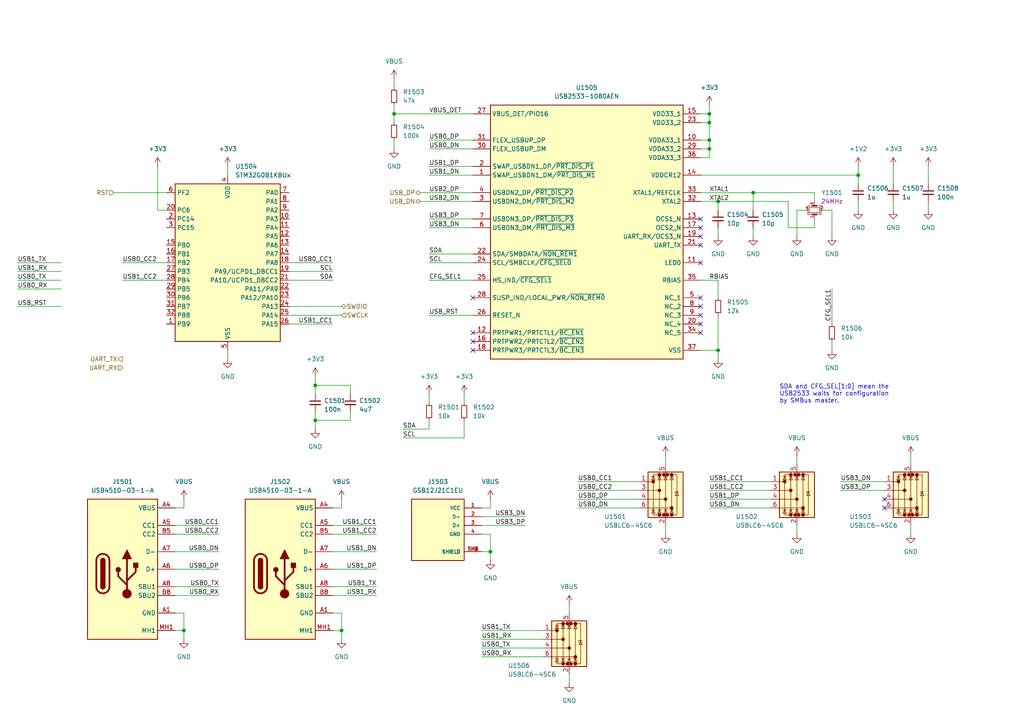
<source format=kicad_sch>
(kicad_sch (version 20231120) (generator "eeschema") (generator_version "8.0")
  (paper "A4")
  (lib_symbols
    (symbol "Device:C_Small" (pin_numbers hide) (pin_names (offset 0.254) hide)
      (property "Reference" "C" (at 0.254 1.778 0))
      (property "Value" "C_Small" (at 0.254 -2.032 0))
      (symbol "C_Small_0_1"
        (polyline (pts (xy -1.524 -0.508) (xy 1.524 -0.508)) (stroke (width 0.3302)))
        (polyline (pts (xy -1.524 0.508) (xy 1.524 0.508)) (stroke (width 0.3048)))
      )
      (symbol "C_Small_1_1"
        (pin passive line (at 0 2.54 270) (length 2.032) (name "~") (number "1"))
        (pin passive line (at 0 -2.54 90) (length 2.032) (name "~") (number "2"))
      )
    )
    (symbol "Device:Crystal_GND24_Small" (pin_names (offset 1.016) hide)
      (property "Reference" "Y" (at 1.27 4.445 0))
      (property "Value" "Crystal_GND24_Small" (at 1.27 2.54 0))
      (symbol "Crystal_GND24_Small_0_1"
        (rectangle (start -0.762 -1.524) (end 0.762 1.524))
        (polyline (pts (xy -1.27 -0.762) (xy -1.27 0.762)) (stroke (width 0.381)))
        (polyline (pts (xy 1.27 -0.762) (xy 1.27 0.762)) (stroke (width 0.381)))
        (polyline (pts (xy -1.27 -1.27) (xy -1.27 -1.905) (xy 1.27 -1.905) (xy 1.27 -1.27)))
        (polyline (pts (xy -1.27 1.27) (xy -1.27 1.905) (xy 1.27 1.905) (xy 1.27 1.27)))
      )
      (symbol "Crystal_GND24_Small_1_1"
        (pin passive line (at -2.54 0 0) (length 1.27) (name "1") (number "1"))
        (pin passive line (at 0 -2.54 90) (length 0.635) (name "2") (number "2"))
        (pin passive line (at 2.54 0 180) (length 1.27) (name "3") (number "3"))
        (pin passive line (at 0 2.54 270) (length 0.635) (name "4") (number "4"))
      )
    )
    (symbol "Device:R_Small" (pin_numbers hide) (pin_names (offset 0.254) hide)
      (property "Reference" "R" (at 0.762 0.508 0))
      (property "Value" "R_Small" (at 0.762 -1.016 0))
      (symbol "R_Small_0_1"
        (rectangle (start -0.762 1.778) (end 0.762 -1.778) (stroke (width 0.2032)))
      )
      (symbol "R_Small_1_1"
        (pin passive line (at 0 2.54 270) (length 0.762) (name "~") (number "1"))
        (pin passive line (at 0 -2.54 90) (length 0.762) (name "~") (number "2"))
      )
    )
    (symbol "GSB12J21C1EU:GSB12J21C1EU" (pin_names (offset 1.016))
      (property "Reference" "J" (at -7.62 8.382 0))
      (property "Value" "GSB12J21C1EU" (at -7.62 -12.7 0))
      (symbol "GSB12J21C1EU_0_0"
        (rectangle (start -7.62 -10.16) (end 7.62 7.62) (stroke (width 0.254)) (fill (type background)))
        (pin power_in line (at -12.7 5.08 0) (length 5.08) (name "VCC") (number "1"))
        (pin bidirectional line (at -12.7 2.54 0) (length 5.08) (name "D-") (number "2"))
        (pin bidirectional line (at -12.7 0 0) (length 5.08) (name "D+") (number "3"))
        (pin power_in line (at -12.7 -2.54 0) (length 5.08) (name "GND") (number "4"))
        (pin passive line (at -12.7 -7.62 0) (length 5.08) (name "SHIELD") (number "SH1"))
        (pin passive line (at -12.7 -7.62 0) (length 5.08) (name "SHIELD") (number "SH2"))
        (pin passive line (at -12.7 -7.62 0) (length 5.08) (name "SHIELD") (number "SH3"))
        (pin passive line (at -12.7 -7.62 0) (length 5.08) (name "SHIELD") (number "SH4"))
      )
    )
    (symbol "MCU_ST_STM32G0:STM32G0B1KBUx"
      (property "Reference" "U" (at -15.24 24.13 0))
      (property "Value" "STM32G0B1KBUx" (at 2.54 24.13 0))
      (symbol "STM32G0B1KBUx_0_1"
        (rectangle (start -15.24 -22.86) (end 15.24 22.86) (stroke (width 0.254)) (fill (type background)))
      )
      (symbol "STM32G0B1KBUx_1_1"
        (pin bidirectional line (at -17.78 -17.78 0) (length 2.54) (name "PB9") (number "1"))
        (pin bidirectional line (at 17.78 12.7 180) (length 2.54) (name "PA3") (number "10"))
        (pin bidirectional line (at 17.78 10.16 180) (length 2.54) (name "PA4") (number "11"))
        (pin bidirectional line (at 17.78 7.62 180) (length 2.54) (name "PA5") (number "12"))
        (pin bidirectional line (at 17.78 5.08 180) (length 2.54) (name "PA6") (number "13"))
        (pin bidirectional line (at 17.78 2.54 180) (length 2.54) (name "PA7") (number "14"))
        (pin bidirectional line (at -17.78 5.08 0) (length 2.54) (name "PB0") (number "15"))
        (pin bidirectional line (at -17.78 2.54 0) (length 2.54) (name "PB1") (number "16"))
        (pin bidirectional line (at -17.78 0 0) (length 2.54) (name "PB2") (number "17"))
        (pin bidirectional line (at 17.78 0 180) (length 2.54) (name "PA8") (number "18"))
        (pin bidirectional line (at 17.78 -2.54 180) (length 2.54) (name "PA9/UCPD1_DBCC1") (number "19"))
        (pin bidirectional line (at -17.78 12.7 0) (length 2.54) (name "PC14") (number "2"))
        (pin bidirectional line (at -17.78 15.24 0) (length 2.54) (name "PC6") (number "20"))
        (pin bidirectional line (at 17.78 -5.08 180) (length 2.54) (name "PA10/UCPD1_DBCC2") (number "21"))
        (pin bidirectional line (at 17.78 -7.62 180) (length 2.54) (name "PA11/PA9") (number "22"))
        (pin bidirectional line (at 17.78 -10.16 180) (length 2.54) (name "PA12/PA10") (number "23"))
        (pin bidirectional line (at 17.78 -12.7 180) (length 2.54) (name "PA13") (number "24"))
        (pin bidirectional line (at 17.78 -15.24 180) (length 2.54) (name "PA14") (number "25"))
        (pin bidirectional line (at 17.78 -17.78 180) (length 2.54) (name "PA15") (number "26"))
        (pin bidirectional line (at -17.78 -2.54 0) (length 2.54) (name "PB3") (number "27"))
        (pin bidirectional line (at -17.78 -5.08 0) (length 2.54) (name "PB4") (number "28"))
        (pin bidirectional line (at -17.78 -7.62 0) (length 2.54) (name "PB5") (number "29"))
        (pin bidirectional line (at -17.78 10.16 0) (length 2.54) (name "PC15") (number "3"))
        (pin bidirectional line (at -17.78 -10.16 0) (length 2.54) (name "PB6") (number "30"))
        (pin bidirectional line (at -17.78 -12.7 0) (length 2.54) (name "PB7") (number "31"))
        (pin bidirectional line (at -17.78 -15.24 0) (length 2.54) (name "PB8") (number "32"))
        (pin passive line (at 0 -25.4 90) (length 2.54) hide (name "VSS") (number "33"))
        (pin power_in line (at 0 25.4 270) (length 2.54) (name "VDD") (number "4"))
        (pin power_in line (at 0 -25.4 90) (length 2.54) (name "VSS") (number "5"))
        (pin bidirectional line (at -17.78 20.32 0) (length 2.54) (name "PF2") (number "6"))
        (pin bidirectional line (at 17.78 20.32 180) (length 2.54) (name "PA0") (number "7"))
        (pin bidirectional line (at 17.78 17.78 180) (length 2.54) (name "PA1") (number "8"))
        (pin bidirectional line (at 17.78 15.24 180) (length 2.54) (name "PA2") (number "9"))
      )
    )
    (symbol "Power_Protection:USBLC6-4SC6" (pin_names hide)
      (property "Reference" "U" (at 1.27 9.525 0))
      (property "Value" "USBLC6-4SC6" (at 1.27 6.985 0))
      (symbol "USBLC6-4SC6_0_0"
        (circle (center -3.556 2.54) (radius 0.0001) (stroke (width 0.508)))
        (circle (center -1.778 -7.112) (radius 0.0001) (stroke (width 0.508)))
        (circle (center -1.778 0) (radius 0.0001) (stroke (width 0.508)))
        (circle (center -1.778 4.572) (radius 0.0001) (stroke (width 0.508)))
        (circle (center -0.508 -7.112) (radius 0.0001) (stroke (width 0.508)))
        (circle (center -0.508 4.572) (radius 0.0001) (stroke (width 0.508)))
        (circle (center 0 -2.54) (radius 0.0001) (stroke (width 0.508)))
        (circle (center 0.508 -7.112) (radius 0.0001) (stroke (width 0.508)))
        (circle (center 0.508 4.572) (radius 0.0001) (stroke (width 0.508)))
        (circle (center 1.778 -7.112) (radius 0.0001) (stroke (width 0.508)))
        (circle (center 1.778 -5.08) (radius 0.0001) (stroke (width 0.508)))
        (circle (center 1.778 4.572) (radius 0.0001) (stroke (width 0.508)))
      )
      (symbol "USBLC6-4SC6_0_1"
        (polyline (pts (xy -5.08 -5.08) (xy 1.778 -5.08)))
        (polyline (pts (xy -5.08 -2.54) (xy 0 -2.54)))
        (polyline (pts (xy -5.08 0) (xy -1.778 0)))
        (polyline (pts (xy -5.08 2.54) (xy -3.556 2.54)))
        (polyline (pts (xy -4.064 -5.588) (xy -3.048 -5.588)))
        (polyline (pts (xy -3.048 4.064) (xy -4.064 4.064)))
        (polyline (pts (xy -2.286 -5.588) (xy -1.27 -5.588)))
        (polyline (pts (xy -2.286 4.064) (xy -1.27 4.064)))
        (polyline (pts (xy -0.508 -5.588) (xy 0.508 -5.588)))
        (polyline (pts (xy 0 5.08) (xy 0.508 4.572)))
        (polyline (pts (xy 0.508 -7.112) (xy -0.508 -7.112)))
        (polyline (pts (xy 0.508 4.064) (xy -0.508 4.064)))
        (polyline (pts (xy 1.27 4.064) (xy 2.286 4.064)))
        (polyline (pts (xy 2.286 -5.588) (xy 1.27 -5.588)))
        (polyline (pts (xy 2.794 -0.762) (xy 2.794 -0.381) (xy 3.81 -0.381)))
        (polyline (pts (xy -4.064 3.048) (xy -3.048 3.048) (xy -3.556 4.064) (xy -4.064 3.048)))
        (polyline (pts (xy -3.048 -6.604) (xy -4.064 -6.604) (xy -3.556 -5.588) (xy -3.048 -6.604)))
        (polyline (pts (xy -1.27 -6.604) (xy -2.286 -6.604) (xy -1.778 -5.588) (xy -1.27 -6.604)))
        (polyline (pts (xy -1.27 3.048) (xy -2.286 3.048) (xy -1.778 4.064) (xy -1.27 3.048)))
        (polyline (pts (xy -0.508 -6.604) (xy 0.508 -6.604) (xy 0 -5.588) (xy -0.508 -6.604)))
        (polyline (pts (xy -0.508 3.048) (xy 0.508 3.048) (xy 0 4.064) (xy -0.508 3.048)))
        (polyline (pts (xy 1.27 -6.604) (xy 2.286 -6.604) (xy 1.778 -5.588) (xy 1.27 -6.604)))
        (polyline (pts (xy 1.778 4.572) (xy 3.302 4.572) (xy 3.302 -7.112) (xy 1.778 -7.112)))
        (polyline (pts (xy 2.286 3.048) (xy 1.27 3.048) (xy 1.778 4.064) (xy 2.286 3.048)))
        (polyline (pts (xy 3.81 -1.524) (xy 2.794 -1.524) (xy 3.302 -0.508) (xy 3.81 -1.524)))
      )
      (symbol "USBLC6-4SC6_1_1"
        (rectangle (start -5.08 5.334) (end 5.08 -7.874) (stroke (width 0.254)) (fill (type background)))
        (polyline (pts (xy -1.778 4.572) (xy -3.556 4.572) (xy -3.556 -7.112) (xy -1.778 -7.112)))
        (polyline (pts (xy -0.508 4.572) (xy 1.778 4.572) (xy 1.778 -7.112) (xy 0.508 -7.112)))
        (polyline (pts (xy 0.508 -7.112) (xy 0 -6.604) (xy 0 4.064) (xy -0.508 4.572)))
        (polyline (pts (xy 0 -7.62) (xy -0.508 -7.112) (xy -1.778 -7.112) (xy -1.778 4.572) (xy -0.508 4.572)))
        (pin passive line (at -7.62 2.54 0) (length 2.54) (name "I/O1") (number "1"))
        (pin passive line (at 0 -10.16 90) (length 2.54) (name "GND") (number "2"))
        (pin passive line (at -7.62 0 0) (length 2.54) (name "I/O2") (number "3"))
        (pin passive line (at -7.62 -2.54 0) (length 2.54) (name "I/O3") (number "4"))
        (pin passive line (at 0 7.62 270) (length 2.54) (name "VBUS") (number "5"))
        (pin passive line (at -7.62 -5.08 0) (length 2.54) (name "I/O4") (number "6"))
      )
    )
    (symbol "USB2533-1080AEN:USB2533-1080AEN"
      (property "Reference" "U" (at 74.93 45.72 0))
      (property "Value" "USB2533-1080AEN" (at 74.93 43.18 0))
      (symbol "USB2533-1080AEN_1_1"
        (rectangle (start -27.94 0) (end 27.94 -73.66) (stroke (width 0.254)) (fill (type background)))
        (pin passive line (at -33.02 -20.32 0) (length 5.08) (name "SWAP_USBDN1_DM/~{PRT_DIS_M1}") (number "1"))
        (pin passive line (at 33.02 -10.16 180) (length 5.08) (name "VDDA33_1") (number "10"))
        (pin passive line (at 33.02 -45.72 180) (length 5.08) (name "LED0") (number "11"))
        (pin passive line (at -33.02 -66.04 0) (length 5.08) (name "PRTPWR1/PRTCTL1/~{BC_EN1}") (number "12"))
        (pin passive line (at 33.02 -33.02 180) (length 5.08) (name "OCS1_N") (number "13"))
        (pin passive line (at 33.02 -20.32 180) (length 5.08) (name "VDDCR12") (number "14"))
        (pin passive line (at 33.02 -2.54 180) (length 5.08) (name "VDD33_1") (number "15"))
        (pin passive line (at -33.02 -68.58 0) (length 5.08) (name "PRTPWR2/PRTCTL2/~{BC_EN2}") (number "16"))
        (pin passive line (at 33.02 -35.56 180) (length 5.08) (name "OCS2_N") (number "17"))
        (pin passive line (at -33.02 -71.12 0) (length 5.08) (name "PRTPWR3/PRTCTL3/~{BC_EN3}") (number "18"))
        (pin passive line (at 33.02 -38.1 180) (length 5.08) (name "UART_RX/OCS3_N") (number "19"))
        (pin passive line (at -33.02 -17.78 0) (length 5.08) (name "SWAP_USBDN1_DP/~{PRT_DIS_P1}") (number "2"))
        (pin passive line (at 33.02 -63.5 180) (length 5.08) (name "NC_4") (number "20"))
        (pin passive line (at 33.02 -40.64 180) (length 5.08) (name "UART_TX") (number "21"))
        (pin passive line (at -33.02 -43.18 0) (length 5.08) (name "SDA/SMBDATA/~{NON_REM1}") (number "22"))
        (pin passive line (at 33.02 -5.08 180) (length 5.08) (name "VDD33_2") (number "23"))
        (pin passive line (at -33.02 -45.72 0) (length 5.08) (name "SCL/SMBCLK/~{CFG_SEL0}") (number "24"))
        (pin passive line (at -33.02 -50.8 0) (length 5.08) (name "HS_IND/~{CFG_SEL1}") (number "25"))
        (pin passive line (at -33.02 -60.96 0) (length 5.08) (name "RESET_N") (number "26"))
        (pin passive line (at -33.02 -2.54 0) (length 5.08) (name "VBUS_DET/PIO16") (number "27"))
        (pin passive line (at -33.02 -55.88 0) (length 5.08) (name "SUSP_IND/LOCAL_PWR/~{NON_REM0}") (number "28"))
        (pin passive line (at 33.02 -12.7 180) (length 5.08) (name "VDDA33_2") (number "29"))
        (pin passive line (at -33.02 -27.94 0) (length 5.08) (name "USBDN2_DM/~{PRT_DIS_M2}") (number "3"))
        (pin passive line (at -33.02 -12.7 0) (length 5.08) (name "FLEX_USBUP_DM") (number "30"))
        (pin passive line (at -33.02 -10.16 0) (length 5.08) (name "FLEX_USBUP_DP") (number "31"))
        (pin passive line (at 33.02 -27.94 180) (length 5.08) (name "XTAL2") (number "32"))
        (pin passive line (at 33.02 -25.4 180) (length 5.08) (name "XTAL1/REFCLK") (number "33"))
        (pin passive line (at 33.02 -66.04 180) (length 5.08) (name "NC_5") (number "34"))
        (pin passive line (at 33.02 -50.8 180) (length 5.08) (name "RBIAS") (number "35"))
        (pin passive line (at 33.02 -15.24 180) (length 5.08) (name "VDDA33_3") (number "36"))
        (pin passive line (at 33.02 -71.12 180) (length 5.08) (name "VSS") (number "37"))
        (pin passive line (at -33.02 -25.4 0) (length 5.08) (name "USBDN2_DP/~{PRT_DIS_P2}") (number "4"))
        (pin passive line (at 33.02 -55.88 180) (length 5.08) (name "NC_1") (number "5"))
        (pin passive line (at -33.02 -35.56 0) (length 5.08) (name "USBDN3_DM/~{PRT_DIS_M3}") (number "6"))
        (pin passive line (at -33.02 -33.02 0) (length 5.08) (name "USBDN3_DP/~{PRT_DIS_P3}") (number "7"))
        (pin passive line (at 33.02 -58.42 180) (length 5.08) (name "NC_2") (number "8"))
        (pin passive line (at 33.02 -60.96 180) (length 5.08) (name "NC_3") (number "9"))
      )
    )
    (symbol "USB4510-03-1-A:USB4510-03-1-A"
      (property "Reference" "J" (at 0 5.08 0))
      (property "Value" "USB4510-03-1-A" (at 0 2.54 0))
      (symbol "USB4510-03-1-A_0_1"
        (rectangle (start -10.16 0) (end 10.16 -40.64) (stroke (width 0.254)) (fill (type background)))
        (arc (start -7.62 -25.4) (mid -5.715 -27.2967) (end -3.81 -25.4) (stroke (width 0.508)))
        (arc (start -6.35 -25.4) (mid -5.715 -26.0323) (end -5.08 -25.4) (stroke (width 0.254)))
        (arc (start -6.35 -25.4) (mid -5.715 -26.0323) (end -5.08 -25.4) (stroke (width 0.254)) (fill (type outline)))
        (rectangle (start -6.35 -25.4) (end -5.08 -17.78) (stroke (width 0.254)) (fill (type outline)))
        (arc (start -5.08 -17.78) (mid -5.715 -17.1477) (end -6.35 -17.78) (stroke (width 0.254)))
        (arc (start -5.08 -17.78) (mid -5.715 -17.1477) (end -6.35 -17.78) (stroke (width 0.254)) (fill (type outline)))
        (arc (start -3.81 -17.78) (mid -5.715 -15.8833) (end -7.62 -17.78) (stroke (width 0.508)))
        (polyline (pts (xy -7.62 -25.4) (xy -7.62 -17.78)) (stroke (width 0.508)))
        (polyline (pts (xy -3.81 -17.78) (xy -3.81 -25.4)) (stroke (width 0.508)))
      )
      (symbol "USB4510-03-1-A_1_1"
        (circle (center -1.27 -20.447) (radius 0.635) (stroke (width 0.254)) (fill (type outline)))
        (polyline (pts (xy 1.27 -27.432) (xy 1.27 -17.272)) (stroke (width 0.508)))
        (polyline (pts (xy 1.27 -24.892) (xy -1.27 -22.352) (xy -1.27 -21.082)) (stroke (width 0.508)))
        (polyline (pts (xy 1.27 -23.622) (xy 3.81 -21.082) (xy 3.81 -19.812)) (stroke (width 0.508)))
        (polyline (pts (xy 0 -17.272) (xy 1.27 -14.732) (xy 2.54 -17.272) (xy 0 -17.272)) (stroke (width 0.254)) (fill (type outline)))
        (circle (center 1.27 -27.432) (radius 1.27) (fill (type outline)))
        (rectangle (start 3.175 -19.812) (end 4.445 -18.542) (stroke (width 0.254)) (fill (type outline)))
        (pin passive line (at 15.24 -33.02 180) (length 5.08) (name "GND") (number "A1"))
        (pin passive line (at 15.24 -33.02 180) (length 5.08) hide (name "GND") (number "A12"))
        (pin passive line (at 15.24 -2.54 180) (length 5.08) (name "VBUS") (number "A4"))
        (pin bidirectional line (at 15.24 -7.62 180) (length 5.08) (name "CC1") (number "A5"))
        (pin bidirectional line (at 15.24 -20.32 180) (length 5.08) (name "D+") (number "A6"))
        (pin bidirectional line (at 15.24 -15.24 180) (length 5.08) (name "D-") (number "A7"))
        (pin bidirectional line (at 15.24 -25.4 180) (length 5.08) (name "SBU1") (number "A8"))
        (pin passive line (at 15.24 -2.54 180) (length 5.08) hide (name "VBUS") (number "A9"))
        (pin bidirectional line (at 15.24 -10.16 180) (length 5.08) (name "CC2") (number "B5"))
        (pin passive line (at 15.24 -20.32 180) (length 5.08) hide (name "D+") (number "B6"))
        (pin passive line (at 15.24 -15.24 180) (length 5.08) hide (name "D-") (number "B7"))
        (pin bidirectional line (at 15.24 -27.94 180) (length 5.08) (name "SBU2") (number "B8"))
        (pin passive line (at 15.24 -38.1 180) (length 5.08) (name "MH1") (number "MH1"))
        (pin passive line (at 15.24 -38.1 180) (length 5.08) hide (name "MH2") (number "MH2"))
        (pin passive line (at 15.24 -38.1 180) (length 5.08) hide (name "MH3") (number "MH3"))
        (pin passive line (at 15.24 -38.1 180) (length 5.08) hide (name "MH4") (number "MH4"))
      )
    )
    (symbol "power:+1V2" (power) (pin_numbers hide) (pin_names (offset 0) hide)
      (property "Value" "+1V2" (at 0 3.556 0))
      (symbol "+1V2_0_1"
        (polyline (pts (xy -0.762 1.27) (xy 0 2.54)))
        (polyline (pts (xy 0 0) (xy 0 2.54)))
        (polyline (pts (xy 0 2.54) (xy 0.762 1.27)))
      )
      (symbol "+1V2_1_1"
        (pin power_in line (at 0 0 90) (length 0) (name "~") (number "1"))
      )
    )
    (symbol "power:+3V3" (power) (pin_numbers hide) (pin_names (offset 0) hide)
      (property "Value" "+3V3" (at 0 3.556 0))
      (symbol "+3V3_0_1"
        (polyline (pts (xy -0.762 1.27) (xy 0 2.54)))
        (polyline (pts (xy 0 0) (xy 0 2.54)))
        (polyline (pts (xy 0 2.54) (xy 0.762 1.27)))
      )
      (symbol "+3V3_1_1"
        (pin power_in line (at 0 0 90) (length 0) (name "~") (number "1"))
      )
    )
    (symbol "power:GND" (power) (pin_numbers hide) (pin_names (offset 0) hide)
      (property "Value" "GND" (at 0 -3.81 0))
      (symbol "GND_0_1"
        (polyline (pts (xy 0 0) (xy 0 -1.27) (xy 1.27 -1.27) (xy 0 -2.54) (xy -1.27 -1.27) (xy 0 -1.27)))
      )
      (symbol "GND_1_1"
        (pin power_in line (at 0 0 270) (length 0) (name "~") (number "1"))
      )
    )
    (symbol "power:VBUS" (power) (pin_numbers hide) (pin_names (offset 0) hide)
      (property "Value" "VBUS" (at 0 3.556 0))
      (symbol "VBUS_0_1"
        (polyline (pts (xy -0.762 1.27) (xy 0 2.54)))
        (polyline (pts (xy 0 0) (xy 0 2.54)))
        (polyline (pts (xy 0 2.54) (xy 0.762 1.27)))
      )
      (symbol "VBUS_1_1"
        (pin power_in line (at 0 0 90) (length 0) (name "~") (number "1"))
      )
    )
  )
  (junction (at 205.74 40.64))
  (junction (at 142.24 160.02))
  (junction (at 205.74 35.56))
  (junction (at 91.44 121.92))
  (junction (at 205.74 33.02))
  (junction (at 53.34 182.88))
  (junction (at 205.74 43.18))
  (junction (at 91.44 111.76))
  (junction (at 208.28 101.6))
  (junction (at 208.28 58.42))
  (junction (at 248.92 50.8))
  (junction (at 114.3 33.02))
  (junction (at 218.44 55.88))
  (junction (at 99.06 182.88))
  (no_connect (at 203.2 71.12))
  (no_connect (at 203.2 91.44))
  (no_connect (at 203.2 68.58))
  (no_connect (at 203.2 88.9))
  (no_connect (at 137.16 86.36))
  (no_connect (at 203.2 96.52))
  (no_connect (at 137.16 101.6))
  (no_connect (at 203.2 66.04))
  (no_connect (at 203.2 93.98))
  (no_connect (at 203.2 86.36))
  (no_connect (at 203.2 76.2))
  (no_connect (at 137.16 99.06))
  (no_connect (at 203.2 63.5))
  (no_connect (at 137.16 96.52))
  (no_connect (at 256.54 144.78))
  (no_connect (at 256.54 147.32))
  (wire (pts (xy 185.42 147.32) (xy 167.64 147.32)))
  (wire (pts (xy 218.44 66.04) (xy 218.44 68.58)))
  (wire (pts (xy 99.06 177.8) (xy 99.06 182.88)))
  (wire (pts (xy 53.34 144.78) (xy 53.34 147.32)))
  (wire (pts (xy 205.74 45.72) (xy 203.2 45.72)))
  (wire (pts (xy 142.24 144.78) (xy 142.24 147.32)))
  (wire (pts (xy 248.92 50.8) (xy 248.92 48.26)))
  (wire (pts (xy 167.64 142.24) (xy 185.42 142.24)))
  (wire (pts (xy 45.72 60.96) (xy 48.26 60.96)))
  (wire (pts (xy 165.1 175.26) (xy 165.1 177.8)))
  (wire (pts (xy 203.2 58.42) (xy 208.28 58.42)))
  (wire (pts (xy 124.46 124.46) (xy 124.46 121.92)))
  (wire (pts (xy 205.74 142.24) (xy 223.52 142.24)))
  (wire (pts (xy 139.7 154.94) (xy 142.24 154.94)))
  (wire (pts (xy 50.8 170.18) (xy 63.5 170.18)))
  (wire (pts (xy 223.52 144.78) (xy 205.74 144.78)))
  (wire (pts (xy 134.62 114.3) (xy 134.62 116.84)))
  (wire (pts (xy 142.24 154.94) (xy 142.24 160.02)))
  (wire (pts (xy 205.74 139.7) (xy 223.52 139.7)))
  (wire (pts (xy 264.16 132.08) (xy 264.16 134.62)))
  (wire (pts (xy 91.44 121.92) (xy 101.6 121.92)))
  (wire (pts (xy 17.78 78.74) (xy 5.08 78.74)))
  (wire (pts (xy 259.08 48.26) (xy 259.08 53.34)))
  (wire (pts (xy 66.04 48.26) (xy 66.04 50.8)))
  (wire (pts (xy 241.3 99.06) (xy 241.3 101.6)))
  (wire (pts (xy 45.72 48.26) (xy 45.72 60.96)))
  (wire (pts (xy 203.2 101.6) (xy 208.28 101.6)))
  (wire (pts (xy 165.1 195.58) (xy 165.1 198.12)))
  (wire (pts (xy 231.14 60.96) (xy 231.14 68.58)))
  (wire (pts (xy 205.74 30.48) (xy 205.74 33.02)))
  (wire (pts (xy 124.46 50.8) (xy 137.16 50.8)))
  (wire (pts (xy 5.08 88.9) (xy 17.78 88.9)))
  (wire (pts (xy 259.08 58.42) (xy 259.08 60.96)))
  (wire (pts (xy 96.52 172.72) (xy 109.22 172.72)))
  (wire (pts (xy 243.84 142.24) (xy 256.54 142.24)))
  (wire (pts (xy 91.44 109.22) (xy 91.44 111.76)))
  (wire (pts (xy 96.52 78.74) (xy 83.82 78.74)))
  (wire (pts (xy 50.8 160.02) (xy 63.5 160.02)))
  (wire (pts (xy 66.04 101.6) (xy 66.04 104.14)))
  (wire (pts (xy 248.92 50.8) (xy 248.92 53.34)))
  (wire (pts (xy 124.46 76.2) (xy 137.16 76.2)))
  (wire (pts (xy 203.2 55.88) (xy 218.44 55.88)))
  (wire (pts (xy 99.06 91.44) (xy 83.82 91.44)))
  (wire (pts (xy 139.7 160.02) (xy 142.24 160.02)))
  (wire (pts (xy 91.44 111.76) (xy 101.6 111.76)))
  (wire (pts (xy 53.34 177.8) (xy 53.34 182.88)))
  (wire (pts (xy 63.5 152.4) (xy 50.8 152.4)))
  (wire (pts (xy 114.3 33.02) (xy 137.16 33.02)))
  (wire (pts (xy 236.22 66.04) (xy 236.22 63.5)))
  (wire (pts (xy 134.62 127) (xy 134.62 121.92)))
  (wire (pts (xy 35.56 81.28) (xy 48.26 81.28)))
  (wire (pts (xy 63.5 154.94) (xy 50.8 154.94)))
  (wire (pts (xy 205.74 35.56) (xy 203.2 35.56)))
  (wire (pts (xy 96.52 165.1) (xy 109.22 165.1)))
  (wire (pts (xy 91.44 119.38) (xy 91.44 121.92)))
  (wire (pts (xy 205.74 33.02) (xy 203.2 33.02)))
  (wire (pts (xy 99.06 147.32) (xy 96.52 147.32)))
  (wire (pts (xy 50.8 182.88) (xy 53.34 182.88)))
  (wire (pts (xy 205.74 40.64) (xy 205.74 43.18)))
  (wire (pts (xy 264.16 152.4) (xy 264.16 154.94)))
  (wire (pts (xy 205.74 40.64) (xy 203.2 40.64)))
  (wire (pts (xy 121.92 55.88) (xy 137.16 55.88)))
  (wire (pts (xy 208.28 66.04) (xy 208.28 68.58)))
  (wire (pts (xy 91.44 111.76) (xy 91.44 114.3)))
  (wire (pts (xy 101.6 119.38) (xy 101.6 121.92)))
  (wire (pts (xy 17.78 76.2) (xy 5.08 76.2)))
  (wire (pts (xy 114.3 43.18) (xy 114.3 40.64)))
  (wire (pts (xy 228.6 58.42) (xy 228.6 66.04)))
  (wire (pts (xy 96.52 76.2) (xy 83.82 76.2)))
  (wire (pts (xy 53.34 147.32) (xy 50.8 147.32)))
  (wire (pts (xy 83.82 93.98) (xy 96.52 93.98)))
  (wire (pts (xy 124.46 40.64) (xy 137.16 40.64)))
  (wire (pts (xy 233.68 60.96) (xy 231.14 60.96)))
  (wire (pts (xy 17.78 83.82) (xy 5.08 83.82)))
  (wire (pts (xy 91.44 121.92) (xy 91.44 124.46)))
  (wire (pts (xy 152.4 152.4) (xy 139.7 152.4)))
  (wire (pts (xy 185.42 144.78) (xy 167.64 144.78)))
  (wire (pts (xy 124.46 91.44) (xy 137.16 91.44)))
  (wire (pts (xy 205.74 43.18) (xy 205.74 45.72)))
  (wire (pts (xy 228.6 66.04) (xy 236.22 66.04)))
  (wire (pts (xy 167.64 139.7) (xy 185.42 139.7)))
  (wire (pts (xy 193.04 132.08) (xy 193.04 134.62)))
  (wire (pts (xy 208.28 101.6) (xy 208.28 104.14)))
  (wire (pts (xy 218.44 55.88) (xy 218.44 60.96)))
  (wire (pts (xy 116.84 124.46) (xy 124.46 124.46)))
  (wire (pts (xy 241.3 68.58) (xy 241.3 60.96)))
  (wire (pts (xy 243.84 139.7) (xy 256.54 139.7)))
  (wire (pts (xy 269.24 58.42) (xy 269.24 60.96)))
  (wire (pts (xy 139.7 185.42) (xy 157.48 185.42)))
  (wire (pts (xy 96.52 177.8) (xy 99.06 177.8)))
  (wire (pts (xy 114.3 22.86) (xy 114.3 25.4)))
  (wire (pts (xy 124.46 73.66) (xy 137.16 73.66)))
  (wire (pts (xy 142.24 147.32) (xy 139.7 147.32)))
  (wire (pts (xy 241.3 60.96) (xy 238.76 60.96)))
  (wire (pts (xy 203.2 50.8) (xy 248.92 50.8)))
  (wire (pts (xy 205.74 35.56) (xy 205.74 40.64)))
  (wire (pts (xy 142.24 160.02) (xy 142.24 162.56)))
  (wire (pts (xy 99.06 144.78) (xy 99.06 147.32)))
  (wire (pts (xy 50.8 177.8) (xy 53.34 177.8)))
  (wire (pts (xy 96.52 81.28) (xy 83.82 81.28)))
  (wire (pts (xy 50.8 165.1) (xy 63.5 165.1)))
  (wire (pts (xy 124.46 81.28) (xy 137.16 81.28)))
  (wire (pts (xy 139.7 182.88) (xy 157.48 182.88)))
  (wire (pts (xy 231.14 152.4) (xy 231.14 154.94)))
  (wire (pts (xy 114.3 33.02) (xy 114.3 35.56)))
  (wire (pts (xy 124.46 66.04) (xy 137.16 66.04)))
  (wire (pts (xy 101.6 114.3) (xy 101.6 111.76)))
  (wire (pts (xy 96.52 182.88) (xy 99.06 182.88)))
  (wire (pts (xy 205.74 33.02) (xy 205.74 35.56)))
  (wire (pts (xy 152.4 149.86) (xy 139.7 149.86)))
  (wire (pts (xy 109.22 154.94) (xy 96.52 154.94)))
  (wire (pts (xy 124.46 63.5) (xy 137.16 63.5)))
  (wire (pts (xy 208.28 58.42) (xy 228.6 58.42)))
  (wire (pts (xy 99.06 88.9) (xy 83.82 88.9)))
  (wire (pts (xy 116.84 127) (xy 134.62 127)))
  (wire (pts (xy 33.02 55.88) (xy 48.26 55.88)))
  (wire (pts (xy 124.46 48.26) (xy 137.16 48.26)))
  (wire (pts (xy 248.92 58.42) (xy 248.92 60.96)))
  (wire (pts (xy 114.3 30.48) (xy 114.3 33.02)))
  (wire (pts (xy 208.28 86.36) (xy 208.28 81.28)))
  (wire (pts (xy 53.34 182.88) (xy 53.34 185.42)))
  (wire (pts (xy 193.04 152.4) (xy 193.04 154.94)))
  (wire (pts (xy 208.28 81.28) (xy 203.2 81.28)))
  (wire (pts (xy 17.78 81.28) (xy 5.08 81.28)))
  (wire (pts (xy 139.7 190.5) (xy 157.48 190.5)))
  (wire (pts (xy 241.3 83.82) (xy 241.3 93.98)))
  (wire (pts (xy 109.22 152.4) (xy 96.52 152.4)))
  (wire (pts (xy 124.46 114.3) (xy 124.46 116.84)))
  (wire (pts (xy 231.14 132.08) (xy 231.14 134.62)))
  (wire (pts (xy 236.22 55.88) (xy 236.22 58.42)))
  (wire (pts (xy 208.28 91.44) (xy 208.28 101.6)))
  (wire (pts (xy 96.52 160.02) (xy 109.22 160.02)))
  (wire (pts (xy 208.28 58.42) (xy 208.28 60.96)))
  (wire (pts (xy 121.92 58.42) (xy 137.16 58.42)))
  (wire (pts (xy 124.46 43.18) (xy 137.16 43.18)))
  (wire (pts (xy 223.52 147.32) (xy 205.74 147.32)))
  (wire (pts (xy 269.24 48.26) (xy 269.24 53.34)))
  (wire (pts (xy 96.52 170.18) (xy 109.22 170.18)))
  (wire (pts (xy 205.74 43.18) (xy 203.2 43.18)))
  (wire (pts (xy 218.44 55.88) (xy 236.22 55.88)))
  (wire (pts (xy 35.56 76.2) (xy 48.26 76.2)))
  (wire (pts (xy 50.8 172.72) (xy 63.5 172.72)))
  (wire (pts (xy 99.06 182.88) (xy 99.06 185.42)))
  (wire (pts (xy 139.7 187.96) (xy 157.48 187.96)))
  (text "SDA and CFG_SEL[1:0] mean the\nUSB2533 waits for configuration\nby SMBus master." (at 226.06 114.3 0) (effects (font (size 1.27 1.27)) (justify left)))
  (label "USB1_DP" (at 205.74 144.78 0))
  (label "USB0_DP" (at 63.5 165.1 180))
  (label "CFG_SEL1" (at 241.3 83.82 270))
  (label "USB0_RX" (at 139.7 190.5 0))
  (label "USB0_DN" (at 63.5 160.02 180))
  (label "USB1_CC1" (at 109.22 152.4 180))
  (label "USB0_DP" (at 167.64 144.78 0))
  (label "USB1_TX" (at 139.7 182.88 0))
  (label "SCL" (at 116.84 127 0))
  (label "USB1_RX" (at 139.7 185.42 0))
  (label "USB2_DN" (at 124.46 58.42 0))
  (label "USB_RST" (at 124.46 91.44 0))
  (label "USB3_DP" (at 152.4 152.4 180))
  (label "USB1_CC1" (at 205.74 139.7 0))
  (label "XTAL2" (at 205.74 58.42 0))
  (label "USB2_DP" (at 124.46 55.88 0))
  (label "SDA" (at 116.84 124.46 0))
  (label "USB1_TX" (at 109.22 170.18 180))
  (label "USB0_TX" (at 139.7 187.96 0))
  (label "VBUS_DET" (at 124.46 33.02 0))
  (label "USB1_RX" (at 5.08 78.74 0))
  (label "USB1_CC1" (at 96.52 93.98 180))
  (label "USB_RST" (at 5.08 88.9 0))
  (label "USB1_CC2" (at 205.74 142.24 0))
  (label "USB0_CC2" (at 167.64 142.24 0))
  (label "USB0_DN" (at 167.64 147.32 0))
  (label "USB0_CC2" (at 35.56 76.2 0))
  (label "USB3_DP" (at 124.46 63.5 0))
  (label "USB0_TX" (at 5.08 81.28 0))
  (label "USB1_DN" (at 109.22 160.02 180))
  (label "USB1_DN" (at 124.46 50.8 0))
  (label "USB1_CC2" (at 35.56 81.28 0))
  (label "USB3_DN" (at 124.46 66.04 0))
  (label "USB1_CC2" (at 109.22 154.94 180))
  (label "USB0_TX" (at 63.5 170.18 180))
  (label "USB0_DN" (at 124.46 43.18 0))
  (label "USB1_DN" (at 205.74 147.32 0))
  (label "RBIAS" (at 205.74 81.28 0))
  (label "USB1_DP" (at 109.22 165.1 180))
  (label "USB0_CC1" (at 96.52 76.2 180))
  (label "USB0_RX" (at 5.08 83.82 0))
  (label "SDA" (at 124.46 73.66 0))
  (label "USB0_CC1" (at 167.64 139.7 0))
  (label "SCL" (at 124.46 76.2 0))
  (label "XTAL1" (at 205.74 55.88 0))
  (label "USB3_DN" (at 152.4 149.86 180))
  (label "SDA" (at 96.52 81.28 180))
  (label "USB3_DN" (at 243.84 139.7 0))
  (label "USB0_DP" (at 124.46 40.64 0))
  (label "SCL" (at 96.52 78.74 180))
  (label "USB0_CC1" (at 63.5 152.4 180))
  (label "USB0_CC2" (at 63.5 154.94 180))
  (label "USB1_RX" (at 109.22 172.72 180))
  (label "CFG_SEL1" (at 124.46 81.28 0))
  (label "USB0_RX" (at 63.5 172.72 180))
  (label "USB1_DP" (at 124.46 48.26 0))
  (label "USB3_DP" (at 243.84 142.24 0))
  (label "USB1_TX" (at 5.08 76.2 0))
  (hierarchical_label "SWDIO" (shape bidirectional) (at 99.06 88.9 0))
  (hierarchical_label "SWCLK" (shape input) (at 99.06 91.44 0))
  (hierarchical_label "UART_TX" (shape output) (at 35.56 104.14 180))
  (hierarchical_label "USB_DP" (shape bidirectional) (at 121.92 55.88 180))
  (hierarchical_label "RST" (shape input) (at 33.02 55.88 180))
  (hierarchical_label "USB_DN" (shape bidirectional) (at 121.92 58.42 180))
  (hierarchical_label "UART_RX" (shape input) (at 35.56 106.68 180))
  (symbol (lib_id "Power_Protection:USBLC6-4SC6") (at 193.04 142.24 0) (unit 1)
    (property "Reference" "U1501" (at 175.26 149.86 0) (effects (justify left)))
    (property "Value" "USBLC6-4SC6" (at 175.26 152.4 0) (effects (justify left)))
    (property "Footprint" "Package_TO_SOT_SMD:SOT-23-6" (effects (hide yes)))
    (property "Datasheet" "https://www.st.com/resource/en/datasheet/usblc6-4.pdf" (effects (hide yes)))
    (property "Description" "Very low capacitance ESD protection diode, 4 data-line, SOT-23-6" (effects (hide yes)))
  )
  (symbol (lib_id "power:+3V3") (at 134.62 114.3 0) (unit 1)
    (property "Reference" "#PWR01515" (effects (hide yes)))
    (property "Value" "+3V3" (at 134.62 109.22 0))
    (property "Description" "Power symbol creates a global label with name \"+3V3\"" (effects (hide yes)))
  )
  (symbol (lib_id "power:GND") (at 208.28 68.58 0) (unit 1)
    (property "Reference" "#PWR01524" (effects (hide yes)))
    (property "Value" "GND" (at 208.28 73.66 0))
    (property "Description" "Power symbol creates a global label with name \"GND\" , ground" (effects (hide yes)))
  )
  (symbol (lib_id "power:GND") (at 66.04 104.14 0) (unit 1)
    (property "Reference" "#PWR01519" (effects (hide yes)))
    (property "Value" "GND" (at 66.04 109.22 0))
    (property "Description" "Power symbol creates a global label with name \"GND\" , ground" (effects (hide yes)))
  )
  (symbol (lib_id "Device:C_Small") (at 101.6 116.84 0) (unit 1)
    (property "Reference" "C1502" (at 104.14 116.2113 0) (effects (justify left)))
    (property "Value" "4u7" (at 104.14 118.7513 0) (effects (justify left)))
    (property "Footprint" "Capacitor_SMD:C_0402_1005Metric" (effects (hide yes)))
    (property "Description" "Unpolarized capacitor, small symbol" (effects (hide yes)))
  )
  (symbol (lib_id "power:GND") (at 241.3 68.58 0) (unit 1)
    (property "Reference" "#PWR01528" (effects (hide yes)))
    (property "Value" "GND" (at 241.3 73.66 0))
    (property "Description" "Power symbol creates a global label with name \"GND\" , ground" (effects (hide yes)))
  )
  (symbol (lib_id "power:GND") (at 193.04 154.94 0) (unit 1)
    (property "Reference" "#PWR01508" (effects (hide yes)))
    (property "Value" "GND" (at 193.04 160.02 0))
    (property "Description" "Power symbol creates a global label with name \"GND\" , ground" (effects (hide yes)))
  )
  (symbol (lib_id "Device:Crystal_GND24_Small") (at 236.22 60.96 90) (unit 1)
    (property "Reference" "Y1501" (at 241.3 55.88 90))
    (property "Value" "CX2016SA24000D0HLLG3" (effects (hide yes)))
    (property "Footprint" "Crystal:Crystal_SMD_2016-4Pin_2.0x1.6mm" (effects (hide yes)))
    (property "Description" "Four pin crystal, GND on pins 2 and 4, small symbol" (effects (hide yes)))
    (property "Frequency" "24MHz" (at 241.3 58.42 90))
  )
  (symbol (lib_id "Device:C_Small") (at 208.28 63.5 0) (unit 1)
    (property "Reference" "C1504" (at 210.82 62.2362 0) (effects (justify left)))
    (property "Value" "10p" (at 210.82 64.7762 0) (effects (justify left)))
    (property "Footprint" "Capacitor_SMD:C_0402_1005Metric" (effects (hide yes)))
    (property "Description" "Unpolarized capacitor, small symbol" (effects (hide yes)))
  )
  (symbol (lib_id "power:GND") (at 259.08 60.96 0) (unit 1)
    (property "Reference" "#PWR01533" (effects (hide yes)))
    (property "Value" "GND" (at 259.08 66.04 0))
    (property "Description" "Power symbol creates a global label with name \"GND\" , ground" (effects (hide yes)))
  )
  (symbol (lib_id "USB4510-03-1-A:USB4510-03-1-A") (at 81.28 144.78 0) (unit 1)
    (property "Reference" "J1502" (at 81.28 139.7 0))
    (property "Value" "USB4510-03-1-A" (at 81.28 142.24 0))
    (property "Footprint" "keyboard_footprints:USB4510031A" (effects (hide yes)))
    (property "Datasheet" "https://gct.co/files/drawings/usb4510.pdf" (effects (hide yes)))
    (property "Description" "USB Connectors USB C Rec 16P 3u\" Mid Mnt 1.6mm O-set SMT L = 6.5mm S-Spring" (effects (hide yes)))
    (property "Height" "3.36" (effects (hide yes)))
    (property "Mouser Part Number" "640-USB4510031A" (effects (hide yes)))
    (property "Mouser Price/Stock" "https://www.mouser.co.uk/ProductDetail/GCT/USB4510-03-1-A?qs=7D1LtPJG0i3iod3O3OZ7LA%3D%3D" (effects (hide yes)))
    (property "Manufacturer_Name" "GCT (GLOBAL CONNECTOR TECHNOLOGY)" (effects (hide yes)))
    (property "Manufacturer_Part_Number" "USB4510-03-1-A" (effects (hide yes)))
  )
  (symbol (lib_id "power:GND") (at 218.44 68.58 0) (unit 1)
    (property "Reference" "#PWR01526" (effects (hide yes)))
    (property "Value" "GND" (at 218.44 73.66 0))
    (property "Description" "Power symbol creates a global label with name \"GND\" , ground" (effects (hide yes)))
  )
  (symbol (lib_id "power:GND") (at 99.06 185.42 0) (unit 1)
    (property "Reference" "#PWR01504" (effects (hide yes)))
    (property "Value" "GND" (at 99.06 190.5 0))
    (property "Description" "Power symbol creates a global label with name \"GND\" , ground" (effects (hide yes)))
  )
  (symbol (lib_id "USB2533-1080AEN:USB2533-1080AEN") (at 170.18 30.48 0) (unit 1)
    (property "Reference" "U1505" (at 170.18 25.4 0))
    (property "Value" "USB2533-1080AEN" (at 170.18 27.94 0))
    (property "Footprint" "keyboard_footprints:QFN50P600X600X100-37N-D" (effects (hide yes)))
    (property "Datasheet" "https://ww1.microchip.com/downloads/en/DeviceDoc/00001702C.pdf" (effects (hide yes)))
    (property "Description" "Microchip USB2533-1080AEN, USB Controller, USB 2.0, 3.3 V, 36-Pin SQFN" (effects (hide yes)))
    (property "Height" "1" (effects (hide yes)))
    (property "Mouser Part Number" "579-USB2533-1080AEN" (effects (hide yes)))
    (property "Mouser Price/Stock" "https://www.mouser.co.uk/ProductDetail/Microchip-Technology-Atmel/USB2533-1080AEN?qs=3i1%252BhB2xfwkiUdr5ZR6aAQ%3D%3D" (effects (hide yes)))
    (property "Manufacturer_Name" "Microchip" (effects (hide yes)))
    (property "Manufacturer_Part_Number" "USB2533-1080AEN" (effects (hide yes)))
  )
  (symbol (lib_id "power:+3V3") (at 269.24 48.26 0) (unit 1)
    (property "Reference" "#PWR01534" (effects (hide yes)))
    (property "Value" "+3V3" (at 269.24 43.18 0))
    (property "Description" "Power symbol creates a global label with name \"+3V3\"" (effects (hide yes)))
  )
  (symbol (lib_id "power:+3V3") (at 45.72 48.26 0) (unit 1)
    (property "Reference" "#PWR01522" (effects (hide yes)))
    (property "Value" "+3V3" (at 45.72 43.18 0))
    (property "Description" "Power symbol creates a global label with name \"+3V3\"" (effects (hide yes)))
  )
  (symbol (lib_id "power:VBUS") (at 264.16 132.08 0) (unit 1)
    (property "Reference" "#PWR01511" (effects (hide yes)))
    (property "Value" "VBUS" (at 264.16 127 0))
    (property "Description" "Power symbol creates a global label with name \"VBUS\"" (effects (hide yes)))
  )
  (symbol (lib_id "power:GND") (at 231.14 154.94 0) (unit 1)
    (property "Reference" "#PWR01510" (effects (hide yes)))
    (property "Value" "GND" (at 231.14 160.02 0))
    (property "Description" "Power symbol creates a global label with name \"GND\" , ground" (effects (hide yes)))
  )
  (symbol (lib_id "power:GND") (at 231.14 68.58 0) (unit 1)
    (property "Reference" "#PWR01527" (effects (hide yes)))
    (property "Value" "GND" (at 231.14 73.66 0))
    (property "Description" "Power symbol creates a global label with name \"GND\" , ground" (effects (hide yes)))
  )
  (symbol (lib_id "power:VBUS") (at 165.1 175.26 0) (unit 1)
    (property "Reference" "#PWR01517" (effects (hide yes)))
    (property "Value" "VBUS" (at 165.1 170.18 0))
    (property "Description" "Power symbol creates a global label with name \"VBUS\"" (effects (hide yes)))
  )
  (symbol (lib_id "Device:R_Small") (at 241.3 96.52 0) (unit 1)
    (property "Reference" "R1506" (at 243.84 95.2499 0) (effects (justify left)))
    (property "Value" "10k" (at 243.84 97.7899 0) (effects (justify left)))
    (property "Footprint" "Resistor_SMD:R_0402_1005Metric" (effects (hide yes)))
    (property "Description" "Resistor, small symbol" (effects (hide yes)))
  )
  (symbol (lib_id "MCU_ST_STM32G0:STM32G0B1KBUx") (at 66.04 76.2 0) (unit 1)
    (property "Reference" "U1504" (at 68.2341 48.26 0) (effects (justify left)))
    (property "Value" "STM32G0B1KBUx" (at 68.2341 50.8 0) (effects (justify left)))
    (property "Footprint" "Package_DFN_QFN:QFN-32-1EP_5x5mm_P0.5mm_EP3.45x3.45mm" (effects (hide yes)))
    (property "Datasheet" "https://www.st.com/resource/en/datasheet/stm32g0b1kb.pdf" (effects (hide yes)))
    (property "Description" "STMicroelectronics Arm Cortex-M0+ MCU, 128KB flash, 144KB RAM, 64 MHz, 1.7-3.6V, 30 GPIO, UFQFPN32" (effects (hide yes)))
  )
  (symbol (lib_id "power:GND") (at 53.34 185.42 0) (unit 1)
    (property "Reference" "#PWR01502" (effects (hide yes)))
    (property "Value" "GND" (at 53.34 190.5 0))
    (property "Description" "Power symbol creates a global label with name \"GND\" , ground" (effects (hide yes)))
  )
  (symbol (lib_id "Power_Protection:USBLC6-4SC6") (at 264.16 142.24 0) (unit 1)
    (property "Reference" "U1503" (at 246.38 149.86 0) (effects (justify left)))
    (property "Value" "USBLC6-4SC6" (at 246.38 152.4 0) (effects (justify left)))
    (property "Footprint" "Package_TO_SOT_SMD:SOT-23-6" (effects (hide yes)))
    (property "Datasheet" "https://www.st.com/resource/en/datasheet/usblc6-4.pdf" (effects (hide yes)))
    (property "Description" "Very low capacitance ESD protection diode, 4 data-line, SOT-23-6" (effects (hide yes)))
  )
  (symbol (lib_id "power:GND") (at 264.16 154.94 0) (unit 1)
    (property "Reference" "#PWR01512" (effects (hide yes)))
    (property "Value" "GND" (at 264.16 160.02 0))
    (property "Description" "Power symbol creates a global label with name \"GND\" , ground" (effects (hide yes)))
  )
  (symbol (lib_id "power:+3V3") (at 66.04 48.26 0) (unit 1)
    (property "Reference" "#PWR01518" (effects (hide yes)))
    (property "Value" "+3V3" (at 66.04 43.18 0))
    (property "Description" "Power symbol creates a global label with name \"+3V3\"" (effects (hide yes)))
  )
  (symbol (lib_id "power:VBUS") (at 142.24 144.78 0) (unit 1)
    (property "Reference" "#PWR01505" (effects (hide yes)))
    (property "Value" "VBUS" (at 142.24 139.7 0))
    (property "Description" "Power symbol creates a global label with name \"VBUS\"" (effects (hide yes)))
  )
  (symbol (lib_id "power:VBUS") (at 99.06 144.78 0) (unit 1)
    (property "Reference" "#PWR01503" (effects (hide yes)))
    (property "Value" "VBUS" (at 99.06 139.7 0))
    (property "Description" "Power symbol creates a global label with name \"VBUS\"" (effects (hide yes)))
  )
  (symbol (lib_id "Device:R_Small") (at 114.3 27.94 180) (unit 1)
    (property "Reference" "R1503" (at 116.84 26.6699 0) (effects (justify right)))
    (property "Value" "47k" (at 116.84 29.2099 0) (effects (justify right)))
    (property "Footprint" "Resistor_SMD:R_0402_1005Metric" (effects (hide yes)))
    (property "Description" "Resistor, small symbol" (effects (hide yes)))
  )
  (symbol (lib_id "Power_Protection:USBLC6-4SC6") (at 165.1 185.42 0) (unit 1)
    (property "Reference" "U1506" (at 147.32 193.04 0) (effects (justify left)))
    (property "Value" "USBLC6-4SC6" (at 147.32 195.58 0) (effects (justify left)))
    (property "Footprint" "Package_TO_SOT_SMD:SOT-23-6" (effects (hide yes)))
    (property "Datasheet" "https://www.st.com/resource/en/datasheet/usblc6-4.pdf" (effects (hide yes)))
    (property "Description" "Very low capacitance ESD protection diode, 4 data-line, SOT-23-6" (effects (hide yes)))
  )
  (symbol (lib_id "power:+3V3") (at 205.74 30.48 0) (unit 1)
    (property "Reference" "#PWR01523" (effects (hide yes)))
    (property "Value" "+3V3" (at 205.74 25.4 0))
    (property "Description" "Power symbol creates a global label with name \"+3V3\"" (effects (hide yes)))
  )
  (symbol (lib_id "power:VBUS") (at 231.14 132.08 0) (unit 1)
    (property "Reference" "#PWR01509" (effects (hide yes)))
    (property "Value" "VBUS" (at 231.14 127 0))
    (property "Description" "Power symbol creates a global label with name \"VBUS\"" (effects (hide yes)))
  )
  (symbol (lib_id "power:GND") (at 142.24 162.56 0) (unit 1)
    (property "Reference" "#PWR01506" (effects (hide yes)))
    (property "Value" "GND" (at 142.24 167.64 0))
    (property "Description" "Power symbol creates a global label with name \"GND\" , ground" (effects (hide yes)))
  )
  (symbol (lib_id "power:+1V2") (at 248.92 48.26 0) (unit 1)
    (property "Reference" "#PWR01530" (effects (hide yes)))
    (property "Value" "+1V2" (at 248.92 43.18 0))
    (property "Description" "Power symbol creates a global label with name \"+1V2\"" (effects (hide yes)))
  )
  (symbol (lib_id "power:GND") (at 91.44 124.46 0) (unit 1)
    (property "Reference" "#PWR01516" (effects (hide yes)))
    (property "Value" "GND" (at 91.44 129.54 0))
    (property "Description" "Power symbol creates a global label with name \"GND\" , ground" (effects (hide yes)))
  )
  (symbol (lib_id "power:GND") (at 114.3 43.18 0) (unit 1)
    (property "Reference" "#PWR01521" (effects (hide yes)))
    (property "Value" "GND" (at 114.3 48.26 0))
    (property "Description" "Power symbol creates a global label with name \"GND\" , ground" (effects (hide yes)))
  )
  (symbol (lib_id "power:GND") (at 208.28 104.14 0) (unit 1)
    (property "Reference" "#PWR01525" (effects (hide yes)))
    (property "Value" "GND" (at 208.28 109.22 0))
    (property "Description" "Power symbol creates a global label with name \"GND\" , ground" (effects (hide yes)))
  )
  (symbol (lib_id "USB4510-03-1-A:USB4510-03-1-A") (at 35.56 144.78 0) (unit 1)
    (property "Reference" "J1501" (at 35.56 139.7 0))
    (property "Value" "USB4510-03-1-A" (at 35.56 142.24 0))
    (property "Footprint" "keyboard_footprints:USB4510031A" (effects (hide yes)))
    (property "Datasheet" "https://gct.co/files/drawings/usb4510.pdf" (effects (hide yes)))
    (property "Description" "USB Connectors USB C Rec 16P 3u\" Mid Mnt 1.6mm O-set SMT L = 6.5mm S-Spring" (effects (hide yes)))
    (property "Height" "3.36" (effects (hide yes)))
    (property "Mouser Part Number" "640-USB4510031A" (effects (hide yes)))
    (property "Mouser Price/Stock" "https://www.mouser.co.uk/ProductDetail/GCT/USB4510-03-1-A?qs=7D1LtPJG0i3iod3O3OZ7LA%3D%3D" (effects (hide yes)))
    (property "Manufacturer_Name" "GCT (GLOBAL CONNECTOR TECHNOLOGY)" (effects (hide yes)))
    (property "Manufacturer_Part_Number" "USB4510-03-1-A" (effects (hide yes)))
  )
  (symbol (lib_id "Device:C_Small") (at 218.44 63.5 0) (unit 1)
    (property "Reference" "C1505" (at 220.98 62.2362 0) (effects (justify left)))
    (property "Value" "10p" (at 220.98 64.7762 0) (effects (justify left)))
    (property "Footprint" "Capacitor_SMD:C_0402_1005Metric" (effects (hide yes)))
    (property "Description" "Unpolarized capacitor, small symbol" (effects (hide yes)))
  )
  (symbol (lib_id "power:VBUS") (at 114.3 22.86 0) (unit 1)
    (property "Reference" "#PWR01520" (effects (hide yes)))
    (property "Value" "VBUS" (at 114.3 17.78 0))
    (property "Description" "Power symbol creates a global label with name \"VBUS\"" (effects (hide yes)))
  )
  (symbol (lib_id "Device:C_Small") (at 91.44 116.84 0) (unit 1)
    (property "Reference" "C1501" (at 93.98 116.2113 0) (effects (justify left)))
    (property "Value" "100n" (at 93.98 118.7513 0) (effects (justify left)))
    (property "Footprint" "Capacitor_SMD:C_0402_1005Metric" (effects (hide yes)))
    (property "Description" "Unpolarized capacitor, small symbol" (effects (hide yes)))
  )
  (symbol (lib_id "Device:R_Small") (at 124.46 119.38 0) (unit 1)
    (property "Reference" "R1501" (at 127 118.1099 0) (effects (justify left)))
    (property "Value" "10k" (at 127 120.6499 0) (effects (justify left)))
    (property "Footprint" "Resistor_SMD:R_0402_1005Metric" (effects (hide yes)))
    (property "Description" "Resistor, small symbol" (effects (hide yes)))
  )
  (symbol (lib_id "Device:C_Small") (at 269.24 55.88 0) (unit 1)
    (property "Reference" "C1508" (at 271.78 54.6162 0) (effects (justify left)))
    (property "Value" "100n" (at 271.78 57.1562 0) (effects (justify left)))
    (property "Footprint" "Capacitor_SMD:C_0402_1005Metric" (effects (hide yes)))
    (property "Description" "Unpolarized capacitor, small symbol" (effects (hide yes)))
  )
  (symbol (lib_id "power:GND") (at 241.3 101.6 0) (unit 1)
    (property "Reference" "#PWR01529" (effects (hide yes)))
    (property "Value" "GND" (at 241.3 106.68 0))
    (property "Description" "Power symbol creates a global label with name \"GND\" , ground" (effects (hide yes)))
  )
  (symbol (lib_id "power:+3V3") (at 259.08 48.26 0) (unit 1)
    (property "Reference" "#PWR01532" (effects (hide yes)))
    (property "Value" "+3V3" (at 259.08 43.18 0))
    (property "Description" "Power symbol creates a global label with name \"+3V3\"" (effects (hide yes)))
  )
  (symbol (lib_id "Device:C_Small") (at 248.92 55.88 0) (unit 1)
    (property "Reference" "C1506" (at 251.46 54.6162 0) (effects (justify left)))
    (property "Value" "1u" (at 251.46 57.1562 0) (effects (justify left)))
    (property "Footprint" "Capacitor_SMD:C_0402_1005Metric" (effects (hide yes)))
    (property "Description" "Unpolarized capacitor, small symbol" (effects (hide yes)))
  )
  (symbol (lib_id "power:GND") (at 269.24 60.96 0) (unit 1)
    (property "Reference" "#PWR01535" (effects (hide yes)))
    (property "Value" "GND" (at 269.24 66.04 0))
    (property "Description" "Power symbol creates a global label with name \"GND\" , ground" (effects (hide yes)))
  )
  (symbol (lib_id "power:GND") (at 165.1 198.12 0) (unit 1)
    (property "Reference" "#PWR01536" (effects (hide yes)))
    (property "Value" "GND" (at 165.1 203.2 0))
    (property "Description" "Power symbol creates a global label with name \"GND\" , ground" (effects (hide yes)))
  )
  (symbol (lib_id "Device:R_Small") (at 114.3 38.1 180) (unit 1)
    (property "Reference" "R1504" (at 116.84 36.8299 0) (effects (justify right)))
    (property "Value" "100k" (at 116.84 39.3699 0) (effects (justify right)))
    (property "Footprint" "Resistor_SMD:R_0402_1005Metric" (effects (hide yes)))
    (property "Description" "Resistor, small symbol" (effects (hide yes)))
  )
  (symbol (lib_id "GSB12J21C1EU:GSB12J21C1EU") (at 127 152.4 0) (mirror y) (unit 1)
    (property "Reference" "J1503" (at 127 139.7 0))
    (property "Value" "GSB12J21C1EU" (at 127 142.24 0))
    (property "Footprint" "keyboard_footprints:AMPHENOL_GSB12J21C1EU" (effects (hide yes)))
    (property "MF" "Amphenol Commercial Products" (effects (hide yes)))
    (property "MAXIMUM_PACKAGE_HEIGHT" "6.9 mm" (effects (hide yes)))
    (property "Package" "None" (effects (hide yes)))
    (property "Price" "None" (effects (hide yes)))
    (property "Check_prices" "https://www.snapeda.com/parts/GSB12J21C1EU/Amphenol/view-part/?ref=eda" (effects (hide yes)))
    (property "STANDARD" "Manufacturer Recommendations" (effects (hide yes)))
    (property "PARTREV" "B" (effects (hide yes)))
    (property "SnapEDA_Link" "https://www.snapeda.com/parts/GSB12J21C1EU/Amphenol/view-part/?ref=snap" (effects (hide yes)))
    (property "MP" "GSB12J21C1EU" (effects (hide yes)))
    (property "Purchase-URL" "https://www.snapeda.com/api/url_track_click_mouser/?unipart_id=8343628&manufacturer=Amphenol Commercial Products&part_name=GSB12J21C1EU&search_term=None" (effects (hide yes)))
    (property "Description_1" "\nUSB 2.0, Type A, Receptacle, Right Angle Reverse Sink, 3.90mm Height, 4 Pins, Shell with e Plating, 30&mu;in Gold, Dip 2.4mm, Shell Forklock, Black High Temperature Housing, Tape and Reel Packaging\n" (effects (hide yes)))
    (property "Availability" "In Stock" (effects (hide yes)))
    (property "MANUFACTURER" "Amphenol" (effects (hide yes)))
  )
  (symbol (lib_id "power:VBUS") (at 193.04 132.08 0) (unit 1)
    (property "Reference" "#PWR01507" (effects (hide yes)))
    (property "Value" "VBUS" (at 193.04 127 0))
    (property "Description" "Power symbol creates a global label with name \"VBUS\"" (effects (hide yes)))
  )
  (symbol (lib_id "power:+3V3") (at 91.44 109.22 0) (unit 1)
    (property "Reference" "#PWR01513" (effects (hide yes)))
    (property "Value" "+3V3" (at 91.44 104.14 0))
    (property "Description" "Power symbol creates a global label with name \"+3V3\"" (effects (hide yes)))
  )
  (symbol (lib_id "Power_Protection:USBLC6-4SC6") (at 231.14 142.24 0) (unit 1)
    (property "Reference" "U1502" (at 213.36 149.86 0) (effects (justify left)))
    (property "Value" "USBLC6-4SC6" (at 213.36 152.4 0) (effects (justify left)))
    (property "Footprint" "Package_TO_SOT_SMD:SOT-23-6" (effects (hide yes)))
    (property "Datasheet" "https://www.st.com/resource/en/datasheet/usblc6-4.pdf" (effects (hide yes)))
    (property "Description" "Very low capacitance ESD protection diode, 4 data-line, SOT-23-6" (effects (hide yes)))
  )
  (symbol (lib_id "power:VBUS") (at 53.34 144.78 0) (unit 1)
    (property "Reference" "#PWR01501" (effects (hide yes)))
    (property "Value" "VBUS" (at 53.34 139.7 0))
    (property "Description" "Power symbol creates a global label with name \"VBUS\"" (effects (hide yes)))
  )
  (symbol (lib_id "Device:R_Small") (at 208.28 88.9 0) (unit 1)
    (property "Reference" "R1505" (at 210.82 87.6299 0) (effects (justify left)))
    (property "Value" "12k" (at 210.82 90.1699 0) (effects (justify left)))
    (property "Footprint" "Resistor_SMD:R_0402_1005Metric" (effects (hide yes)))
    (property "Description" "Resistor, small symbol" (effects (hide yes)))
  )
  (symbol (lib_id "Device:C_Small") (at 259.08 55.88 0) (unit 1)
    (property "Reference" "C1507" (at 261.62 54.6162 0) (effects (justify left)))
    (property "Value" "1u" (at 261.62 57.1562 0) (effects (justify left)))
    (property "Footprint" "Capacitor_SMD:C_0402_1005Metric" (effects (hide yes)))
    (property "Description" "Unpolarized capacitor, small symbol" (effects (hide yes)))
  )
  (symbol (lib_id "power:+3V3") (at 124.46 114.3 0) (unit 1)
    (property "Reference" "#PWR01514" (effects (hide yes)))
    (property "Value" "+3V3" (at 124.46 109.22 0))
    (property "Description" "Power symbol creates a global label with name \"+3V3\"" (effects (hide yes)))
  )
  (symbol (lib_id "Device:R_Small") (at 134.62 119.38 0) (unit 1)
    (property "Reference" "R1502" (at 137.16 118.1099 0) (effects (justify left)))
    (property "Value" "10k" (at 137.16 120.6499 0) (effects (justify left)))
    (property "Footprint" "Resistor_SMD:R_0402_1005Metric" (effects (hide yes)))
    (property "Description" "Resistor, small symbol" (effects (hide yes)))
  )
  (symbol (lib_id "power:GND") (at 248.92 60.96 0) (unit 1)
    (property "Reference" "#PWR01531" (effects (hide yes)))
    (property "Value" "GND" (at 248.92 66.04 0))
    (property "Description" "Power symbol creates a global label with name \"GND\" , ground" (effects (hide yes)))
  )
)
</source>
